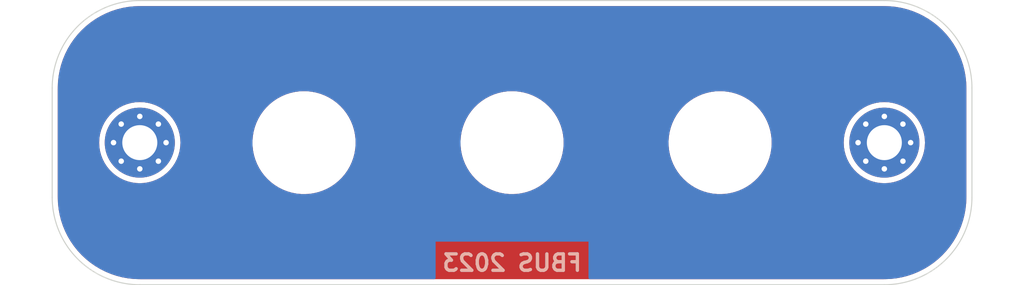
<source format=kicad_pcb>
(kicad_pcb (version 20211014) (generator pcbnew)
  (title_block (title "Three Banana Jack Plinth") (date "2023-08-15") (rev "v0.1") (company "fbus"))
  (layers (0 "F.Cu" signal) (31 "B.Cu" signal) (34 "B.Paste" user) (35 "F.Paste" user) (36 "B.SilkS" user "B.Silkscreen") (37 "F.SilkS" user "F.Silkscreen") (38 "B.Mask" user) (39 "F.Mask" user) (44 "Edge.Cuts" user))
  (net 0 "")
  (footprint "MountingHole:MountingHole_8.4mm_M8" (layer "F.Cu") (at 80 60)
    (fp_text reference "REF**")
    (fp_text value "MountingHole_8.4mm_M8")
    (pad "" np_thru_hole circle (at 0 0) (size 8.4 8.4) (drill 8.4) (layers *.Cu *.Mask))
  )
  (footprint "MountingHole:MountingHole_8.4mm_M8" (layer "F.Cu") (at 99 60)
    (fp_text reference "REF**")
    (fp_text value "MountingHole_8.4mm_M8")
    (pad "" np_thru_hole circle (at 0 0) (size 8.4 8.4) (drill 8.4) (layers *.Cu *.Mask))
  )
  (footprint "MountingHole:MountingHole_3.2mm_M3_Pad_Via" (layer "F.Cu") (at 133 60)
    (fp_text reference "REF**")
    (fp_text value "MountingHole_3.2mm_M3_Pad_Via")
    (pad "1" thru_hole circle (at -1.697056 1.697056) (size 0.8 0.8) (drill 0.5) (layers *.Cu *.Mask))
    (pad "1" thru_hole circle (at 1.697056 1.697056) (size 0.8 0.8) (drill 0.5) (layers *.Cu *.Mask))
    (pad "1" thru_hole circle (at 0 2.4) (size 0.8 0.8) (drill 0.5) (layers *.Cu *.Mask))
    (pad "1" thru_hole circle (at -1.697056 -1.697056) (size 0.8 0.8) (drill 0.5) (layers *.Cu *.Mask))
    (pad "1" thru_hole circle (at 0 0) (size 6.4 6.4) (drill 3.2) (layers *.Cu *.Mask))
    (pad "1" thru_hole circle (at 2.4 0) (size 0.8 0.8) (drill 0.5) (layers *.Cu *.Mask))
    (pad "1" thru_hole circle (at 1.697056 -1.697056) (size 0.8 0.8) (drill 0.5) (layers *.Cu *.Mask))
    (pad "1" thru_hole circle (at 0 -2.4) (size 0.8 0.8) (drill 0.5) (layers *.Cu *.Mask))
    (pad "1" thru_hole circle (at -2.4 0) (size 0.8 0.8) (drill 0.5) (layers *.Cu *.Mask))
  )
  (footprint "MountingHole:MountingHole_8.4mm_M8" (layer "F.Cu") (at 118 60)
    (fp_text reference "REF**")
    (fp_text value "MountingHole_8.4mm_M8")
    (pad "" np_thru_hole circle (at 0 0) (size 8.4 8.4) (drill 8.4) (layers *.Cu *.Mask))
  )
  (footprint "MountingHole:MountingHole_3.2mm_M3_Pad_Via" (layer "F.Cu") (at 65 60)
    (fp_text reference "REF**")
    (fp_text value "MountingHole_3.2mm_M3_Pad_Via")
    (pad "1" thru_hole circle (at 1.697056 -1.697056) (size 0.8 0.8) (drill 0.5) (layers *.Cu *.Mask))
    (pad "1" thru_hole circle (at 1.697056 1.697056) (size 0.8 0.8) (drill 0.5) (layers *.Cu *.Mask))
    (pad "1" thru_hole circle (at 2.4 0) (size 0.8 0.8) (drill 0.5) (layers *.Cu *.Mask))
    (pad "1" thru_hole circle (at 0 -2.4) (size 0.8 0.8) (drill 0.5) (layers *.Cu *.Mask))
    (pad "1" thru_hole circle (at -1.697056 1.697056) (size 0.8 0.8) (drill 0.5) (layers *.Cu *.Mask))
    (pad "1" thru_hole circle (at 0 0) (size 6.4 6.4) (drill 3.2) (layers *.Cu *.Mask))
    (pad "1" thru_hole circle (at -2.4 0) (size 0.8 0.8) (drill 0.5) (layers *.Cu *.Mask))
    (pad "1" thru_hole circle (at -1.697056 -1.697056) (size 0.8 0.8) (drill 0.5) (layers *.Cu *.Mask))
    (pad "1" thru_hole circle (at 0 2.4) (size 0.8 0.8) (drill 0.5) (layers *.Cu *.Mask))
  )
  (gr_arc (start 57 55) (mid 59.343146 49.343146) (end 65 47) (layer "Edge.Cuts") (width 0.1))
  (gr_arc (start 141 65) (mid 138.656854 70.656854) (end 133 73) (layer "Edge.Cuts") (width 0.1))
  (gr_line (start 141 55) (end 141 65) (layer "Edge.Cuts") (width 0.1))
  (gr_arc (start 65 73) (mid 59.343146 70.656854) (end 57 65) (layer "Edge.Cuts") (width 0.1))
  (gr_line (start 133 73) (end 65 73) (layer "Edge.Cuts") (width 0.1))
  (gr_line (start 65 47) (end 133 47) (layer "Edge.Cuts") (width 0.1))
  (gr_arc (start 133 47) (mid 138.656854 49.343146) (end 141 55) (layer "Edge.Cuts") (width 0.1))
  (gr_line (start 57 65) (end 57 55) (layer "Edge.Cuts") (width 0.1))
  (gr_text "FBUS 2023" (at 99 71) (layer "B.Cu") (effects (font (size 1.5 1.5) (thickness 0.3)) (justify mirror)))
  (gr_text "FBUS 2023" (at 99 71) (layer "B.SilkS") (effects (font (size 1.5 1.5) (thickness 0.3)) (justify mirror)))
  (zone (net 0) (net_name "") (layers F&B.Cu) (connect_pads (clearance 0.508)) (min_thickness 0.254) (fill yes (thermal_gap 0.508) (thermal_bridge_width 0.508))
    (polygon (pts (xy 141 73) (xy 57 73) (xy 57 47) (xy 141 47)))
  )
)
</source>
